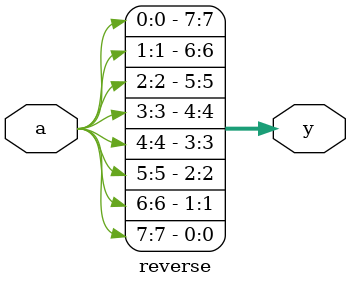
<source format=v>
`timescale 1ns / 1ps
module reverse
	(
	input wire [7:0] a,
	output reg [7:0] y
	);
	
	always @*
	begin
		y[0] = a[7];
		y[1] = a[6];
		y[2] = a[5];
		y[3] = a[4];
		y[4] = a[3];
		y[5] = a[2];
		y[6] = a[1];
		y[7] = a[0];
	end
	
endmodule

</source>
